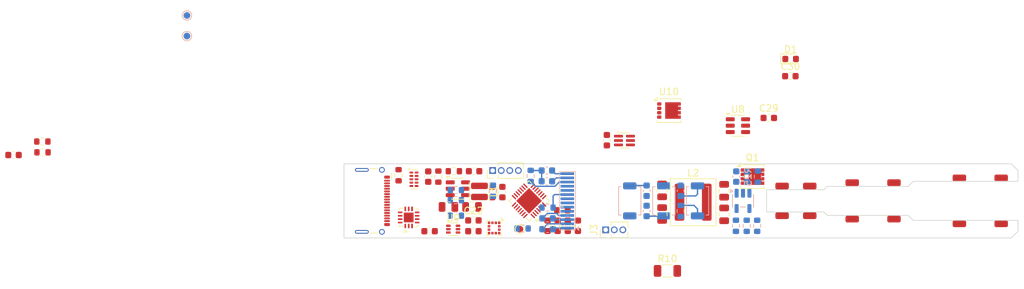
<source format=kicad_pcb>
(kicad_pcb
	(version 20241229)
	(generator "pcbnew")
	(generator_version "9.0")
	(general
		(thickness 1.6)
		(legacy_teardrops no)
	)
	(paper "A4")
	(layers
		(0 "F.Cu" signal)
		(4 "In1.Cu" signal)
		(6 "In2.Cu" signal)
		(2 "B.Cu" signal)
		(9 "F.Adhes" user "F.Adhesive")
		(11 "B.Adhes" user "B.Adhesive")
		(13 "F.Paste" user)
		(15 "B.Paste" user)
		(5 "F.SilkS" user "F.Silkscreen")
		(7 "B.SilkS" user "B.Silkscreen")
		(1 "F.Mask" user)
		(3 "B.Mask" user)
		(17 "Dwgs.User" user "User.Drawings")
		(19 "Cmts.User" user "User.Comments")
		(21 "Eco1.User" user "User.Eco1")
		(23 "Eco2.User" user "User.Eco2")
		(25 "Edge.Cuts" user)
		(27 "Margin" user)
		(31 "F.CrtYd" user "F.Courtyard")
		(29 "B.CrtYd" user "B.Courtyard")
		(35 "F.Fab" user)
		(33 "B.Fab" user)
		(39 "User.1" user)
		(41 "User.2" user)
		(43 "User.3" user)
		(45 "User.4" user)
	)
	(setup
		(stackup
			(layer "F.SilkS"
				(type "Top Silk Screen")
				(color "Black")
			)
			(layer "F.Paste"
				(type "Top Solder Paste")
			)
			(layer "F.Mask"
				(type "Top Solder Mask")
				(color "White")
				(thickness 0.01)
			)
			(layer "F.Cu"
				(type "copper")
				(thickness 0.035)
			)
			(layer "dielectric 1"
				(type "prepreg")
				(thickness 0.1)
				(material "FR4")
				(epsilon_r 4.5)
				(loss_tangent 0.02)
			)
			(layer "In1.Cu"
				(type "copper")
				(thickness 0.035)
			)
			(layer "dielectric 2"
				(type "core")
				(thickness 1.24)
				(material "FR4")
				(epsilon_r 4.5)
				(loss_tangent 0.02)
			)
			(layer "In2.Cu"
				(type "copper")
				(thickness 0.035)
			)
			(layer "dielectric 3"
				(type "prepreg")
				(thickness 0.1)
				(material "FR4")
				(epsilon_r 4.5)
				(loss_tangent 0.02)
			)
			(layer "B.Cu"
				(type "copper")
				(thickness 0.035)
			)
			(layer "B.Mask"
				(type "Bottom Solder Mask")
				(thickness 0.01)
			)
			(layer "B.Paste"
				(type "Bottom Solder Paste")
			)
			(layer "B.SilkS"
				(type "Bottom Silk Screen")
			)
			(copper_finish "None")
			(dielectric_constraints no)
		)
		(pad_to_mask_clearance 0)
		(allow_soldermask_bridges_in_footprints no)
		(tenting front back)
		(grid_origin 100.5 158.2)
		(pcbplotparams
			(layerselection 0x00000000_00000000_55555555_5755f5ff)
			(plot_on_all_layers_selection 0x00000000_00000000_00000000_00000000)
			(disableapertmacros no)
			(usegerberextensions no)
			(usegerberattributes yes)
			(usegerberadvancedattributes yes)
			(creategerberjobfile yes)
			(dashed_line_dash_ratio 12.000000)
			(dashed_line_gap_ratio 3.000000)
			(svgprecision 4)
			(plotframeref no)
			(mode 1)
			(useauxorigin no)
			(hpglpennumber 1)
			(hpglpenspeed 20)
			(hpglpendiameter 15.000000)
			(pdf_front_fp_property_popups yes)
			(pdf_back_fp_property_popups yes)
			(pdf_metadata yes)
			(pdf_single_document no)
			(dxfpolygonmode yes)
			(dxfimperialunits yes)
			(dxfusepcbnewfont yes)
			(psnegative no)
			(psa4output no)
			(plot_black_and_white yes)
			(sketchpadsonfab no)
			(plotpadnumbers no)
			(hidednponfab no)
			(sketchdnponfab yes)
			(crossoutdnponfab yes)
			(subtractmaskfromsilk no)
			(outputformat 1)
			(mirror no)
			(drillshape 1)
			(scaleselection 1)
			(outputdirectory "")
		)
	)
	(net 0 "")
	(net 1 "+3.3V")
	(net 2 "GND")
	(net 3 "VBUS")
	(net 4 "Net-(U4-SW)")
	(net 5 "Net-(U4-BST)")
	(net 6 "Net-(U4-FB)")
	(net 7 "/NRST")
	(net 8 "/BTN1")
	(net 9 "/BTN2")
	(net 10 "/TC_FB")
	(net 11 "/BOOTSEL")
	(net 12 "Net-(C27-Pad2)")
	(net 13 "/SCL")
	(net 14 "/DISP_NRST")
	(net 15 "/SDA")
	(net 16 "Net-(R7-Pad2)")
	(net 17 "/TIP_H")
	(net 18 "/SWDIO")
	(net 19 "/D-")
	(net 20 "/D+")
	(net 21 "/HEATER_ON")
	(net 22 "/CURR_FB")
	(net 23 "/VBUS_FB")
	(net 24 "/TIP_K")
	(net 25 "/CC2")
	(net 26 "/CC1")
	(net 27 "/LED_RING")
	(net 28 "/ACC_INT1")
	(net 29 "/SWCLK")
	(net 30 "/INT_N")
	(net 31 "/ACC_INT2")
	(net 32 "Net-(J4-Pin_13)")
	(net 33 "Net-(J4-Pin_2)")
	(net 34 "Net-(J4-Pin_1)")
	(net 35 "Net-(J4-Pin_4)")
	(net 36 "Net-(J4-Pin_3)")
	(net 37 "Net-(J4-Pin_14)")
	(net 38 "Net-(U7--)")
	(net 39 "Net-(J1-SHIELD)")
	(net 40 "unconnected-(J4-Pin_6-Pad6)")
	(net 41 "Net-(J4-Pin_12)")
	(net 42 "Net-(U7-+)")
	(net 43 "unconnected-(U5-~{CS}-Pad10)")
	(net 44 "/JDP")
	(net 45 "/JDN")
	(net 46 "unconnected-(U3-NC-Pad6)")
	(net 47 "unconnected-(U3-NC-Pad10)")
	(net 48 "unconnected-(U3-NC-Pad7)")
	(net 49 "unconnected-(U3-NC-Pad9)")
	(net 50 "Net-(J4-Pin_9)")
	(net 51 "Net-(U1-VDDA)")
	(net 52 "unconnected-(U9-ALERT-Pad3)")
	(net 53 "unconnected-(U1-PA4-Pad10)")
	(net 54 "unconnected-(U1-PB3-Pad24)")
	(net 55 "unconnected-(U1-OSC_OUT{slash}PD1-Pad3)")
	(net 56 "unconnected-(U1-PA5-Pad11)")
	(net 57 "unconnected-(U1-PA15-Pad23)")
	(net 58 "unconnected-(U1-OSC_IN{slash}PD0-Pad2)")
	(net 59 "Net-(C23-Pad1)")
	(net 60 "Net-(U10-S)")
	(net 61 "Net-(Q1-D)")
	(net 62 "Net-(D1-K)")
	(net 63 "Net-(U8-VS)")
	(net 64 "Net-(Q1-G)")
	(net 65 "unconnected-(U10-G-Pad4)")
	(footprint "Connector_Wire:SolderWirePad_1x01_SMD_1x2mm" (layer "F.Cu") (at 169.6 150.5 90))
	(footprint "Capacitor_SMD:C_0603_1608Metric" (layer "F.Cu") (at 122.5 151.4 -90))
	(footprint "Package_SON:USON-10_2.5x1.0mm_P0.5mm" (layer "F.Cu") (at 110.885 149.5))
	(footprint "Connector_Wire:SolderWirePad_1x01_SMD_1x2mm" (layer "F.Cu") (at 182.1 155.4 90))
	(footprint "Package_SON:VSON-8_3.3x3.3mm_P0.65mm_NexFET" (layer "F.Cu") (at 161.1 149.1))
	(footprint "Capacitor_SMD:C_0805_2012Metric" (layer "F.Cu") (at 156.9 151.2 90))
	(footprint "Connector_Wire:SolderWirePad_1x01_SMD_1x2mm" (layer "F.Cu") (at 198 156.1 90))
	(footprint "Capacitor_SMD:C_0603_1608Metric" (layer "F.Cu") (at 135.2 156.4 -90))
	(footprint "Package_TO_SOT_SMD:SOT-363_SC-70-6" (layer "F.Cu") (at 142.1125 143.75))
	(footprint "Inductor_SMD:L_Changjiang_FTC252012S" (layer "F.Cu") (at 120.6 151.3 -90))
	(footprint "Package_SON:VSON-8_3.3x3.3mm_P0.65mm_NexFET" (layer "F.Cu") (at 148.715 139.3))
	(footprint "Resistor_SMD:R_0603_1608Metric" (layer "F.Cu") (at 55.775 145.5))
	(footprint "Connector_Wire:SolderWirePad_1x01_SMD_1x2mm" (layer "F.Cu") (at 175.9 150 90))
	(footprint "Diode_SMD:D_0603_1608Metric" (layer "F.Cu") (at 166.765 131.65))
	(footprint "Capacitor_SMD:C_0805_2012Metric" (layer "F.Cu") (at 156.9 154.7 -90))
	(footprint "Connector_Wire:SolderWirePad_1x01_SMD_1x2mm" (layer "F.Cu") (at 191.8 156.1 90))
	(footprint "Capacitor_SMD:C_0603_1608Metric" (layer "F.Cu") (at 163.525 140.4))
	(footprint "Capacitor_SMD:C_0603_1608Metric" (layer "F.Cu") (at 132.2 156.4 -90))
	(footprint "Capacitor_SMD:C_0603_1608Metric" (layer "F.Cu") (at 166.725 134.2))
	(footprint "Inductor_SMD:L_Coilcraft_XAL6060-XXX" (layer "F.Cu") (at 152.3 152.9))
	(footprint "Connector_Wire:SolderWirePad_1x01_SMD_1x2mm" (layer "F.Cu") (at 169.6 154.9 90))
	(footprint "Connector_USB:USB_C_Receptacle_G-Switch_GT-USB-7025" (layer "F.Cu") (at 103.439427 152.7 -90))
	(footprint "Connector_Wire:SolderWirePad_1x01_SMD_1x2mm" (layer "F.Cu") (at 165.5 150.5 90))
	(footprint "Resistor_SMD:R_0603_1608Metric" (layer "F.Cu") (at 114.5 149.1 90))
	(footprint "Connector_Wire:SolderWirePad_1x01_SMD_1x2mm" (layer "F.Cu") (at 165.5 154.9 90))
	(footprint "Capacitor_SMD:C_0603_1608Metric" (layer "F.Cu") (at 133.7 156.4 -90))
	(footprint "Capacitor_SMD:C_0805_2012Metric" (layer "F.Cu") (at 147.7 154.65 -90))
	(footprint "Package_TO_SOT_SMD:SOT-23-6" (layer "F.Cu") (at 158.945 141.545))
	(footprint "Capacitor_SMD:C_0603_1608Metric" (layer "F.Cu") (at 130.7 156.4 -90))
	(footprint "Connector_PinHeader_1.27mm:PinHeader_1x03_P1.27mm_Vertical" (layer "F.Cu") (at 139.33 157 90))
	(footprint "Capacitor_SMD:C_0805_2012Metric" (layer "F.Cu") (at 147.7 151.15 90))
	(footprint "Capacitor_SMD:C_0805_2012Metric" (layer "F.Cu") (at 119.5 153.6 180))
	(footprint "TestPoint:TestPoint_Pad_D1.0mm" (layer "F.Cu") (at 126.6 156.9))
	(footprint "Capacitor_SMD:C_0603_1608Metric" (layer "F.Cu") (at 113 149.1 90))
	(footprint "Package_TO_SOT_SMD:TSOT-23-6" (layer "F.Cu") (at 117.4 150.9))
	(footprint "Package_LGA:LGA-12_2x2mm_P0.5mm" (layer "F.Cu") (at 122.7775 156.7225 -90))
	(footprint "Package_DFN_QFN:WQFN-28-1EP_4x4mm_P0.4mm_EP2.7x2.7mm" (layer "F.Cu") (at 127.960831 152.7 135))
	(footprint "Connector_Wire:SolderWirePad_1x01_SMD_1x2mm" (layer "F.Cu") (at 198 149.3 90))
	(footprint "Connector_PinHeader_1.27mm:PinHeader_1x04_P1.27mm_Vertical" (layer "F.Cu") (at 122.56 148.2 90))
	(footprint "Connector_Wire:SolderWirePad_1x01_SMD_1x2mm" (layer "F.Cu") (at 175.9 155.4 90))
	(footprint "Capacitor_SMD:C_0603_1608Metric" (layer "F.Cu") (at 119.7 157.2 180))
	(footprint "Resistor_SMD:R_0603_1608Metric" (layer "F.Cu") (at 55.75 143.9))
	(footprint "Capacitor_SMD:C_0603_1608Metric" (layer "F.Cu") (at 124 151.4 -90))
	(footprint "Package_TO_SOT_SMD:SOT-563" (layer "F.Cu") (at 116.7 156.9))
	(footprint "Resistor_SMD:R_0603_1608Metric" (layer "F.Cu") (at 116.8 148.3))
	(footprint "Capacitor_SMD:C_0603_1608Metric" (layer "F.Cu") (at 113.2 157.2))
	(footprint "Connector_Wire:SolderWirePad_1x01_SMD_1x2mm" (layer "F.Cu") (at 182.1 150 90))
	(footprint "Capacitor_SMD:C_0603_1608Metric"
		(layer "F.Cu")
		(uuid "b452fce9-2f2d-48a2-954a-1e000f45b44e")
		(at 119.8 148.3 180)
		(descr "Capacitor SMD 0603 (1608 Metric), square (rectangular) end terminal, IPC-7351 nominal, (Body size source: IPC-SM-782 page 76, https://www.pcb-3d.com/wordpress/wp-content/uploads/ipc-sm-782a_amendment_1_and_2.pdf), generated with kicad-footprint-generator")
		(tags "capacitor")
		(property "Reference" "C10"
			(at 0 -1.43 0)
			(layer "F.SilkS")
			(hide yes)
			(uuid "14c6b506-4b7b-4f97-9035-7534f0832b76")
			(effects
				(font
					(size 1 1)
					(thickness 0.15)
				)
			)
		)
		(property "Value" "100n"
			(at 0 1.43 0)
			(layer "F.Fab")
			(uuid "37456e00-9e01-4d2b-aa4f-8ff8811d7ef8")
			(effects
				(font
					(size 1 1)
					(thickness 0.15)
				)
			)
		)
		(property "Datasheet" "~"
			(at 0 0 0)
			(layer "F.Fab")
			(hide yes)
			(uuid "a31a7340-22d9-4098-a550-2ffb2741e6d5")
			(effects
				(font
					(size 1.27 1.27)
					(thickness 0.15)
				)
			)
		)
		(property "Description" "Unpolarized capacitor, small symbol"
			(at 0 0 0)
			(layer "F.Fab")
			(hide yes)
			(uuid "9a670d4e-3e80-4aab-875f-a00815bfbbb3")
			(effects
				(font
					(size 1.27 1.27)
					(thickness 0.15)
				)
			)
		)
		(property ki_fp_filters "C_*")
		(path "/33c0b933-f878-4fa6-be02-5000044f876f")
		(sheetname "/")
		(sheetfile "usbc_soldering_iron.kicad_sch")
		(attr smd)
		(fp_line
			(start -0.14058 0.51)
			(end 0.14058 0.51)
			(stroke
				(width 0.12)
				(type solid)
			)
			(layer "F.SilkS")
			(uuid "7c077d1c-2a4e-4040-9122-2b4a17ded0b2")
		)
		(fp_line
			(start -0.14058 -0.51)
			(end 0.14058 -0.51)
			(stroke
				(width 0.12)
				(type solid)
			)
			(layer "F.SilkS")
			(uuid "ec7cb9cf-d9fc-4164-85ee-b6763826bbd7")
		)
		(fp_rect
			(start -1.48 -0.73)
			(end 1.48 0.73)
			(stroke
				(width 0.05)
				(type solid)
			)
			(fill no)
			(layer "F.CrtYd")
			(uuid "4640f036-d89d-4432-9b99-31ec810d50df")
		)
		(fp_rect
			(start -0.8 -0.4)
			(end 0.8 0.4)
			(stroke
				(width 0.1)
				(type solid)
			)
			(fill no)
			(layer "F.Fab")
			(uuid "87d9fc1f-058c-4c7b-9d17-d70956afd0c0")
		)
		(fp_text user "${REFERENCE}"
			(at 0 0 0)
			(layer "F.Fab")
			(uuid "f47a17bb-4fda-40d3-a8af-632879885797")
			(effects
				(font
					(size 0.4 0.4)
					(th
... [168446 chars truncated]
</source>
